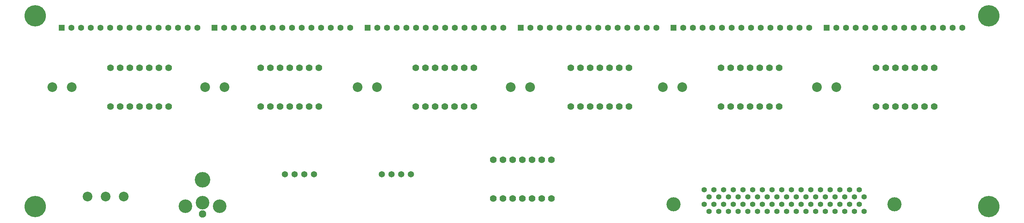
<source format=gbs>
%TF.GenerationSoftware,KiCad,Pcbnew,7.0.2-6a45011f42~172~ubuntu22.04.1*%
%TF.CreationDate,2023-06-12T08:45:28-07:00*%
%TF.ProjectId,arena,6172656e-612e-46b6-9963-61645f706362,rev?*%
%TF.SameCoordinates,Original*%
%TF.FileFunction,Soldermask,Bot*%
%TF.FilePolarity,Negative*%
%FSLAX46Y46*%
G04 Gerber Fmt 4.6, Leading zero omitted, Abs format (unit mm)*
G04 Created by KiCad (PCBNEW 7.0.2-6a45011f42~172~ubuntu22.04.1) date 2023-06-12 08:45:28*
%MOMM*%
%LPD*%
G01*
G04 APERTURE LIST*
%ADD10C,2.540000*%
%ADD11R,1.600000X1.600000*%
%ADD12C,1.600000*%
%ADD13C,1.778000*%
%ADD14C,1.651000*%
%ADD15C,3.556000*%
%ADD16C,1.930400*%
%ADD17C,4.064000*%
%ADD18C,1.400000*%
%ADD19C,3.700000*%
%ADD20C,5.600000*%
G04 APERTURE END LIST*
D10*
%TO.C,C1*%
X49530000Y-73660000D03*
X54610000Y-73660000D03*
%TD*%
%TO.C,C2*%
X89535000Y-73660000D03*
X94615000Y-73660000D03*
%TD*%
%TO.C,C3*%
X129540000Y-73660000D03*
X134620000Y-73660000D03*
%TD*%
%TO.C,C4*%
X169672000Y-73660000D03*
X174752000Y-73660000D03*
%TD*%
%TO.C,C5*%
X209550000Y-73660000D03*
X214630000Y-73660000D03*
%TD*%
D11*
%TO.C,P1*%
X51970000Y-58100000D03*
D12*
X54510000Y-58100000D03*
X57050000Y-58100000D03*
X59590000Y-58100000D03*
X62130000Y-58100000D03*
X64670000Y-58100000D03*
X67210000Y-58100000D03*
X69750000Y-58100000D03*
X72290000Y-58100000D03*
X74830000Y-58100000D03*
X77370000Y-58100000D03*
X79910000Y-58100000D03*
X82450000Y-58100000D03*
X84990000Y-58100000D03*
X87530000Y-58100000D03*
%TD*%
D11*
%TO.C,P2*%
X92070000Y-58100000D03*
D12*
X94610000Y-58100000D03*
X97150000Y-58100000D03*
X99690000Y-58100000D03*
X102230000Y-58100000D03*
X104770000Y-58100000D03*
X107310000Y-58100000D03*
X109850000Y-58100000D03*
X112390000Y-58100000D03*
X114930000Y-58100000D03*
X117470000Y-58100000D03*
X120010000Y-58100000D03*
X122550000Y-58100000D03*
X125090000Y-58100000D03*
X127630000Y-58100000D03*
%TD*%
D11*
%TO.C,P3*%
X132170000Y-58100000D03*
D12*
X134710000Y-58100000D03*
X137250000Y-58100000D03*
X139790000Y-58100000D03*
X142330000Y-58100000D03*
X144870000Y-58100000D03*
X147410000Y-58100000D03*
X149950000Y-58100000D03*
X152490000Y-58100000D03*
X155030000Y-58100000D03*
X157570000Y-58100000D03*
X160110000Y-58100000D03*
X162650000Y-58100000D03*
X165190000Y-58100000D03*
X167730000Y-58100000D03*
%TD*%
D11*
%TO.C,P4*%
X172300000Y-58100000D03*
D12*
X174840000Y-58100000D03*
X177380000Y-58100000D03*
X179920000Y-58100000D03*
X182460000Y-58100000D03*
X185000000Y-58100000D03*
X187540000Y-58100000D03*
X190080000Y-58100000D03*
X192620000Y-58100000D03*
X195160000Y-58100000D03*
X197700000Y-58100000D03*
X200240000Y-58100000D03*
X202780000Y-58100000D03*
X205320000Y-58100000D03*
X207860000Y-58100000D03*
%TD*%
D11*
%TO.C,P5*%
X212370000Y-58100000D03*
D12*
X214910000Y-58100000D03*
X217450000Y-58100000D03*
X219990000Y-58100000D03*
X222530000Y-58100000D03*
X225070000Y-58100000D03*
X227610000Y-58100000D03*
X230150000Y-58100000D03*
X232690000Y-58100000D03*
X235230000Y-58100000D03*
X237770000Y-58100000D03*
X240310000Y-58100000D03*
X242850000Y-58100000D03*
X245390000Y-58100000D03*
X247930000Y-58100000D03*
%TD*%
D11*
%TO.C,P6*%
X252470000Y-58100000D03*
D12*
X255010000Y-58100000D03*
X257550000Y-58100000D03*
X260090000Y-58100000D03*
X262630000Y-58100000D03*
X265170000Y-58100000D03*
X267710000Y-58100000D03*
X270250000Y-58100000D03*
X272790000Y-58100000D03*
X275330000Y-58100000D03*
X277870000Y-58100000D03*
X280410000Y-58100000D03*
X282950000Y-58100000D03*
X285490000Y-58100000D03*
X288030000Y-58100000D03*
%TD*%
D10*
%TO.C,SW1*%
X58750200Y-102400000D03*
X63500000Y-102400000D03*
X68249800Y-102400000D03*
%TD*%
D13*
%TO.C,U1*%
X64770000Y-78740000D03*
X67310000Y-78740000D03*
X69850000Y-78740000D03*
X72390000Y-78740000D03*
X74930000Y-78740000D03*
X77470000Y-78740000D03*
X80010000Y-78740000D03*
X80010000Y-68580000D03*
X77470000Y-68580000D03*
X74930000Y-68580000D03*
X72390000Y-68580000D03*
X69850000Y-68580000D03*
X67310000Y-68580000D03*
X64770000Y-68580000D03*
%TD*%
%TO.C,U2*%
X104140000Y-78740000D03*
X106680000Y-78740000D03*
X109220000Y-78740000D03*
X111760000Y-78740000D03*
X114300000Y-78740000D03*
X116840000Y-78740000D03*
X119380000Y-78740000D03*
X119380000Y-68580000D03*
X116840000Y-68580000D03*
X114300000Y-68580000D03*
X111760000Y-68580000D03*
X109220000Y-68580000D03*
X106680000Y-68580000D03*
X104140000Y-68580000D03*
%TD*%
%TO.C,U3*%
X144780000Y-78740000D03*
X147320000Y-78740000D03*
X149860000Y-78740000D03*
X152400000Y-78740000D03*
X154940000Y-78740000D03*
X157480000Y-78740000D03*
X160020000Y-78740000D03*
X160020000Y-68580000D03*
X157480000Y-68580000D03*
X154940000Y-68580000D03*
X152400000Y-68580000D03*
X149860000Y-68580000D03*
X147320000Y-68580000D03*
X144780000Y-68580000D03*
%TD*%
%TO.C,U4*%
X185420000Y-78740000D03*
X187960000Y-78740000D03*
X190500000Y-78740000D03*
X193040000Y-78740000D03*
X195580000Y-78740000D03*
X198120000Y-78740000D03*
X200660000Y-78740000D03*
X200660000Y-68580000D03*
X198120000Y-68580000D03*
X195580000Y-68580000D03*
X193040000Y-68580000D03*
X190500000Y-68580000D03*
X187960000Y-68580000D03*
X185420000Y-68580000D03*
%TD*%
%TO.C,U5*%
X224790000Y-78740000D03*
X227330000Y-78740000D03*
X229870000Y-78740000D03*
X232410000Y-78740000D03*
X234950000Y-78740000D03*
X237490000Y-78740000D03*
X240030000Y-78740000D03*
X240030000Y-68580000D03*
X237490000Y-68580000D03*
X234950000Y-68580000D03*
X232410000Y-68580000D03*
X229870000Y-68580000D03*
X227330000Y-68580000D03*
X224790000Y-68580000D03*
%TD*%
%TO.C,U6*%
X265430000Y-78740000D03*
X267970000Y-78740000D03*
X270510000Y-78740000D03*
X273050000Y-78740000D03*
X275590000Y-78740000D03*
X278130000Y-78740000D03*
X280670000Y-78740000D03*
X280670000Y-68580000D03*
X278130000Y-68580000D03*
X275590000Y-68580000D03*
X273050000Y-68580000D03*
X270510000Y-68580000D03*
X267970000Y-68580000D03*
X265430000Y-68580000D03*
%TD*%
%TO.C,U7*%
X165100000Y-102870000D03*
X167640000Y-102870000D03*
X170180000Y-102870000D03*
X172720000Y-102870000D03*
X175260000Y-102870000D03*
X177800000Y-102870000D03*
X180340000Y-102870000D03*
X180340000Y-92710000D03*
X177800000Y-92710000D03*
X175260000Y-92710000D03*
X172720000Y-92710000D03*
X170180000Y-92710000D03*
X167640000Y-92710000D03*
X165100000Y-92710000D03*
%TD*%
D14*
%TO.C,U8*%
X110490000Y-96520000D03*
X113030000Y-96520000D03*
X115570000Y-96520000D03*
X118110000Y-96520000D03*
%TD*%
D15*
%TO.C,J1*%
X93395800Y-104966200D03*
D16*
X88900000Y-106972800D03*
D15*
X84404200Y-104966200D03*
D17*
X88900000Y-97981200D03*
D15*
X88900000Y-103975600D03*
%TD*%
D18*
%TO.C,P7*%
X220345000Y-100585000D03*
X221615000Y-102490000D03*
X222885000Y-100585000D03*
X224155000Y-102490000D03*
X225425000Y-100585000D03*
X226695000Y-102490000D03*
X227965000Y-100585000D03*
X229235000Y-102490000D03*
X230505000Y-100585000D03*
X231775000Y-102490000D03*
X233045000Y-100585000D03*
X234315000Y-102490000D03*
X235585000Y-100585000D03*
X236855000Y-102490000D03*
X238125000Y-100585000D03*
X239395000Y-102490000D03*
X240665000Y-100585000D03*
X241935000Y-102490000D03*
X243205000Y-100585000D03*
X244475000Y-102490000D03*
X245745000Y-100585000D03*
X247015000Y-102490000D03*
X248285000Y-100585000D03*
X249555000Y-102490000D03*
X250825000Y-100585000D03*
X252095000Y-102490000D03*
X253365000Y-100585000D03*
X254635000Y-102490000D03*
X255905000Y-100585000D03*
X257175000Y-102490000D03*
X258445000Y-100585000D03*
X259715000Y-102490000D03*
X260985000Y-100585000D03*
X262255000Y-102490000D03*
X220345000Y-104395000D03*
X221615000Y-106300000D03*
X222885000Y-104395000D03*
X224155000Y-106300000D03*
X225425000Y-104395000D03*
X226695000Y-106300000D03*
X227965000Y-104395000D03*
X229235000Y-106300000D03*
X230505000Y-104395000D03*
X231775000Y-106300000D03*
X233045000Y-104395000D03*
X234315000Y-106300000D03*
X235585000Y-104395000D03*
X236855000Y-106300000D03*
X238125000Y-104395000D03*
X239395000Y-106300000D03*
X240665000Y-104395000D03*
X241935000Y-106300000D03*
X243205000Y-104395000D03*
X244475000Y-106300000D03*
X245745000Y-104395000D03*
X247015000Y-106300000D03*
X248285000Y-104395000D03*
X249555000Y-106300000D03*
X250825000Y-104395000D03*
X252095000Y-106300000D03*
X253365000Y-104395000D03*
X254635000Y-106300000D03*
X255905000Y-104395000D03*
X257175000Y-106300000D03*
X258445000Y-104395000D03*
X259715000Y-106300000D03*
X260985000Y-104395000D03*
X262255000Y-106300000D03*
D19*
X212345000Y-104395000D03*
X270255000Y-104395000D03*
%TD*%
D20*
%TO.C,H4*%
X295000000Y-55000000D03*
%TD*%
%TO.C,H2*%
X45000000Y-105000000D03*
%TD*%
%TO.C,H3*%
X295000000Y-105000000D03*
%TD*%
D10*
%TO.C,C6*%
X249936000Y-73660000D03*
X255016000Y-73660000D03*
%TD*%
D14*
%TO.C,U9*%
X135890000Y-96520000D03*
X138430000Y-96520000D03*
X140970000Y-96520000D03*
X143510000Y-96520000D03*
%TD*%
D20*
%TO.C,H1*%
X45000000Y-55000000D03*
%TD*%
M02*

</source>
